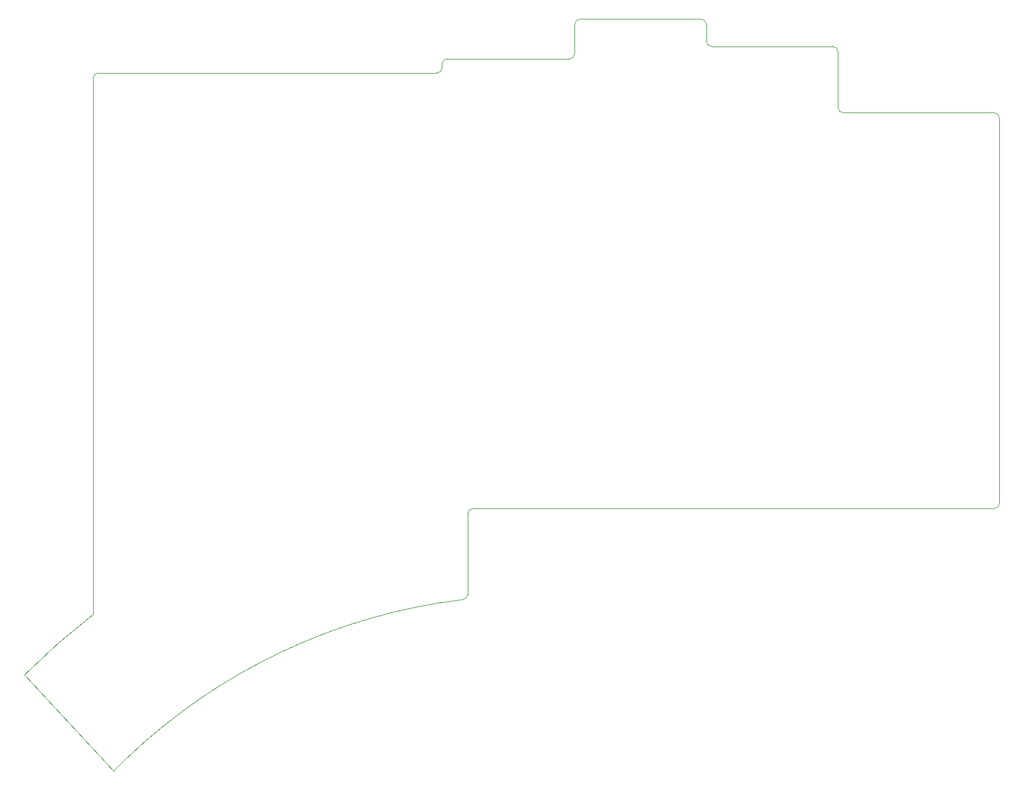
<source format=gbr>
%TF.GenerationSoftware,KiCad,Pcbnew,(5.1.7)-1*%
%TF.CreationDate,2021-07-12T16:27:12+05:30*%
%TF.ProjectId,Pteron36v0,50746572-6f6e-4333-9676-302e6b696361,rev?*%
%TF.SameCoordinates,Original*%
%TF.FileFunction,Profile,NP*%
%FSLAX46Y46*%
G04 Gerber Fmt 4.6, Leading zero omitted, Abs format (unit mm)*
G04 Created by KiCad (PCBNEW (5.1.7)-1) date 2021-07-12 16:27:12*
%MOMM*%
%LPD*%
G01*
G04 APERTURE LIST*
%TA.AperFunction,Profile*%
%ADD10C,0.050000*%
%TD*%
G04 APERTURE END LIST*
D10*
X70263096Y-135074394D02*
X70280491Y-135091801D01*
X70263096Y-135074393D02*
G75*
G02*
X80093256Y-126423331I73086158J-73136937D01*
G01*
X80093255Y-120238431D02*
X80093255Y-126423331D01*
X80855255Y-48572330D02*
X89855255Y-48572330D01*
X205579254Y-111183330D02*
X209579254Y-111183330D01*
X205579254Y-54287331D02*
X209579254Y-54287330D01*
X70280491Y-135091801D02*
X83082923Y-148893623D01*
X80093255Y-49334331D02*
X80093255Y-120238431D01*
X89855255Y-48572330D02*
X102455255Y-48572330D01*
X210341254Y-55049330D02*
X210341254Y-110421331D01*
X83082923Y-148893623D02*
G75*
G02*
X84967536Y-147037441I60291732J-59330407D01*
G01*
X168241254Y-41587331D02*
X168241255Y-44000330D01*
X133934254Y-123502330D02*
X133934254Y-122867330D01*
X84967535Y-147037441D02*
G75*
G02*
X133172255Y-124264332I58381719J-61173889D01*
G01*
X134696255Y-111183331D02*
X144746254Y-111183330D01*
X180814254Y-111183330D02*
X205579254Y-111183330D01*
X204817254Y-54287330D02*
X205579254Y-54287331D01*
X209579254Y-54287330D02*
G75*
G02*
X210341254Y-55049330I0J-762000D01*
G01*
X210341254Y-110421330D02*
G75*
G02*
X209579254Y-111183330I-762000J0D01*
G01*
X144746254Y-111183330D02*
X180814254Y-111183330D01*
X133934254Y-111945329D02*
X133934254Y-122867330D01*
X133934256Y-111945330D02*
G75*
G02*
X134696255Y-111183331I761999J0D01*
G01*
X133934254Y-123502329D02*
G75*
G02*
X133172255Y-124264330I-762000J-1D01*
G01*
X80093254Y-49334329D02*
G75*
G02*
X80855255Y-48572330I762000J-1D01*
G01*
X129506255Y-48572330D02*
X102455255Y-48572330D01*
X149318255Y-45778330D02*
X149318255Y-41587330D01*
X131030255Y-46540331D02*
X148556255Y-46540331D01*
X130268254Y-47302330D02*
X130268254Y-47810330D01*
X130268253Y-47810330D02*
G75*
G02*
X129506255Y-48572330I-761999J-1D01*
G01*
X130268255Y-47302331D02*
G75*
G02*
X131030255Y-46540331I762000J0D01*
G01*
X149318256Y-45778330D02*
G75*
G02*
X148556255Y-46540331I-762001J0D01*
G01*
X149318255Y-41587330D02*
G75*
G02*
X150080254Y-40825331I761999J0D01*
G01*
X167479254Y-40825331D02*
X150080254Y-40825331D01*
X167479255Y-40825330D02*
G75*
G02*
X168241254Y-41587331I-1J-762000D01*
G01*
X169003255Y-44762328D02*
G75*
G02*
X168241255Y-44000330I-1J761999D01*
G01*
X186402254Y-44762330D02*
X169003254Y-44762330D01*
X186402256Y-44762330D02*
G75*
G02*
X187164255Y-45524331I-1J-762000D01*
G01*
X187164255Y-53525331D02*
X187164255Y-45524331D01*
X187926254Y-54287330D02*
X188561254Y-54287330D01*
X187926256Y-54287330D02*
G75*
G02*
X187164255Y-53525331I-1J762000D01*
G01*
X204817254Y-54287330D02*
X188561254Y-54287330D01*
M02*

</source>
